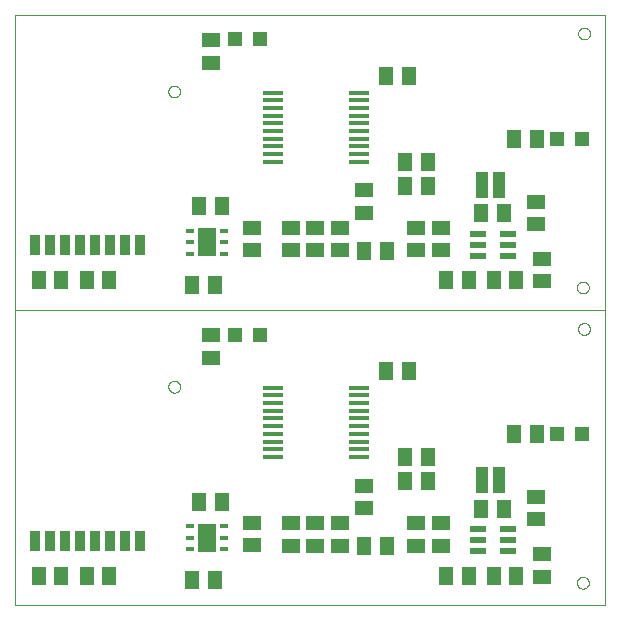
<source format=gtp>
G75*
%MOIN*%
%OFA0B0*%
%FSLAX25Y25*%
%IPPOS*%
%LPD*%
%AMOC8*
5,1,8,0,0,1.08239X$1,22.5*
%
%ADD10C,0.00000*%
%ADD11R,0.05118X0.05906*%
%ADD12R,0.05906X0.05118*%
%ADD13R,0.04200X0.08600*%
%ADD14R,0.04724X0.04724*%
%ADD15R,0.05200X0.02200*%
%ADD16R,0.06500X0.01700*%
%ADD17R,0.02800X0.01600*%
%ADD18R,0.05900X0.09400*%
%ADD19R,0.03200X0.06600*%
D10*
X0001000Y0001013D02*
X0197850Y0001013D01*
X0197850Y0099438D01*
X0001000Y0099438D01*
X0001000Y0197863D01*
X0197850Y0197863D01*
X0197850Y0099438D01*
X0188795Y0093139D02*
X0188797Y0093227D01*
X0188803Y0093315D01*
X0188813Y0093403D01*
X0188827Y0093491D01*
X0188844Y0093577D01*
X0188866Y0093663D01*
X0188891Y0093747D01*
X0188921Y0093831D01*
X0188953Y0093913D01*
X0188990Y0093993D01*
X0189030Y0094072D01*
X0189074Y0094149D01*
X0189121Y0094224D01*
X0189171Y0094296D01*
X0189225Y0094367D01*
X0189281Y0094434D01*
X0189341Y0094500D01*
X0189403Y0094562D01*
X0189469Y0094622D01*
X0189536Y0094678D01*
X0189607Y0094732D01*
X0189679Y0094782D01*
X0189754Y0094829D01*
X0189831Y0094873D01*
X0189910Y0094913D01*
X0189990Y0094950D01*
X0190072Y0094982D01*
X0190156Y0095012D01*
X0190240Y0095037D01*
X0190326Y0095059D01*
X0190412Y0095076D01*
X0190500Y0095090D01*
X0190588Y0095100D01*
X0190676Y0095106D01*
X0190764Y0095108D01*
X0190852Y0095106D01*
X0190940Y0095100D01*
X0191028Y0095090D01*
X0191116Y0095076D01*
X0191202Y0095059D01*
X0191288Y0095037D01*
X0191372Y0095012D01*
X0191456Y0094982D01*
X0191538Y0094950D01*
X0191618Y0094913D01*
X0191697Y0094873D01*
X0191774Y0094829D01*
X0191849Y0094782D01*
X0191921Y0094732D01*
X0191992Y0094678D01*
X0192059Y0094622D01*
X0192125Y0094562D01*
X0192187Y0094500D01*
X0192247Y0094434D01*
X0192303Y0094367D01*
X0192357Y0094296D01*
X0192407Y0094224D01*
X0192454Y0094149D01*
X0192498Y0094072D01*
X0192538Y0093993D01*
X0192575Y0093913D01*
X0192607Y0093831D01*
X0192637Y0093747D01*
X0192662Y0093663D01*
X0192684Y0093577D01*
X0192701Y0093491D01*
X0192715Y0093403D01*
X0192725Y0093315D01*
X0192731Y0093227D01*
X0192733Y0093139D01*
X0192731Y0093051D01*
X0192725Y0092963D01*
X0192715Y0092875D01*
X0192701Y0092787D01*
X0192684Y0092701D01*
X0192662Y0092615D01*
X0192637Y0092531D01*
X0192607Y0092447D01*
X0192575Y0092365D01*
X0192538Y0092285D01*
X0192498Y0092206D01*
X0192454Y0092129D01*
X0192407Y0092054D01*
X0192357Y0091982D01*
X0192303Y0091911D01*
X0192247Y0091844D01*
X0192187Y0091778D01*
X0192125Y0091716D01*
X0192059Y0091656D01*
X0191992Y0091600D01*
X0191921Y0091546D01*
X0191849Y0091496D01*
X0191774Y0091449D01*
X0191697Y0091405D01*
X0191618Y0091365D01*
X0191538Y0091328D01*
X0191456Y0091296D01*
X0191372Y0091266D01*
X0191288Y0091241D01*
X0191202Y0091219D01*
X0191116Y0091202D01*
X0191028Y0091188D01*
X0190940Y0091178D01*
X0190852Y0091172D01*
X0190764Y0091170D01*
X0190676Y0091172D01*
X0190588Y0091178D01*
X0190500Y0091188D01*
X0190412Y0091202D01*
X0190326Y0091219D01*
X0190240Y0091241D01*
X0190156Y0091266D01*
X0190072Y0091296D01*
X0189990Y0091328D01*
X0189910Y0091365D01*
X0189831Y0091405D01*
X0189754Y0091449D01*
X0189679Y0091496D01*
X0189607Y0091546D01*
X0189536Y0091600D01*
X0189469Y0091656D01*
X0189403Y0091716D01*
X0189341Y0091778D01*
X0189281Y0091844D01*
X0189225Y0091911D01*
X0189171Y0091982D01*
X0189121Y0092054D01*
X0189074Y0092129D01*
X0189030Y0092206D01*
X0188990Y0092285D01*
X0188953Y0092365D01*
X0188921Y0092447D01*
X0188891Y0092531D01*
X0188866Y0092615D01*
X0188844Y0092701D01*
X0188827Y0092787D01*
X0188813Y0092875D01*
X0188803Y0092963D01*
X0188797Y0093051D01*
X0188795Y0093139D01*
X0188401Y0106918D02*
X0188403Y0107006D01*
X0188409Y0107094D01*
X0188419Y0107182D01*
X0188433Y0107270D01*
X0188450Y0107356D01*
X0188472Y0107442D01*
X0188497Y0107526D01*
X0188527Y0107610D01*
X0188559Y0107692D01*
X0188596Y0107772D01*
X0188636Y0107851D01*
X0188680Y0107928D01*
X0188727Y0108003D01*
X0188777Y0108075D01*
X0188831Y0108146D01*
X0188887Y0108213D01*
X0188947Y0108279D01*
X0189009Y0108341D01*
X0189075Y0108401D01*
X0189142Y0108457D01*
X0189213Y0108511D01*
X0189285Y0108561D01*
X0189360Y0108608D01*
X0189437Y0108652D01*
X0189516Y0108692D01*
X0189596Y0108729D01*
X0189678Y0108761D01*
X0189762Y0108791D01*
X0189846Y0108816D01*
X0189932Y0108838D01*
X0190018Y0108855D01*
X0190106Y0108869D01*
X0190194Y0108879D01*
X0190282Y0108885D01*
X0190370Y0108887D01*
X0190458Y0108885D01*
X0190546Y0108879D01*
X0190634Y0108869D01*
X0190722Y0108855D01*
X0190808Y0108838D01*
X0190894Y0108816D01*
X0190978Y0108791D01*
X0191062Y0108761D01*
X0191144Y0108729D01*
X0191224Y0108692D01*
X0191303Y0108652D01*
X0191380Y0108608D01*
X0191455Y0108561D01*
X0191527Y0108511D01*
X0191598Y0108457D01*
X0191665Y0108401D01*
X0191731Y0108341D01*
X0191793Y0108279D01*
X0191853Y0108213D01*
X0191909Y0108146D01*
X0191963Y0108075D01*
X0192013Y0108003D01*
X0192060Y0107928D01*
X0192104Y0107851D01*
X0192144Y0107772D01*
X0192181Y0107692D01*
X0192213Y0107610D01*
X0192243Y0107526D01*
X0192268Y0107442D01*
X0192290Y0107356D01*
X0192307Y0107270D01*
X0192321Y0107182D01*
X0192331Y0107094D01*
X0192337Y0107006D01*
X0192339Y0106918D01*
X0192337Y0106830D01*
X0192331Y0106742D01*
X0192321Y0106654D01*
X0192307Y0106566D01*
X0192290Y0106480D01*
X0192268Y0106394D01*
X0192243Y0106310D01*
X0192213Y0106226D01*
X0192181Y0106144D01*
X0192144Y0106064D01*
X0192104Y0105985D01*
X0192060Y0105908D01*
X0192013Y0105833D01*
X0191963Y0105761D01*
X0191909Y0105690D01*
X0191853Y0105623D01*
X0191793Y0105557D01*
X0191731Y0105495D01*
X0191665Y0105435D01*
X0191598Y0105379D01*
X0191527Y0105325D01*
X0191455Y0105275D01*
X0191380Y0105228D01*
X0191303Y0105184D01*
X0191224Y0105144D01*
X0191144Y0105107D01*
X0191062Y0105075D01*
X0190978Y0105045D01*
X0190894Y0105020D01*
X0190808Y0104998D01*
X0190722Y0104981D01*
X0190634Y0104967D01*
X0190546Y0104957D01*
X0190458Y0104951D01*
X0190370Y0104949D01*
X0190282Y0104951D01*
X0190194Y0104957D01*
X0190106Y0104967D01*
X0190018Y0104981D01*
X0189932Y0104998D01*
X0189846Y0105020D01*
X0189762Y0105045D01*
X0189678Y0105075D01*
X0189596Y0105107D01*
X0189516Y0105144D01*
X0189437Y0105184D01*
X0189360Y0105228D01*
X0189285Y0105275D01*
X0189213Y0105325D01*
X0189142Y0105379D01*
X0189075Y0105435D01*
X0189009Y0105495D01*
X0188947Y0105557D01*
X0188887Y0105623D01*
X0188831Y0105690D01*
X0188777Y0105761D01*
X0188727Y0105833D01*
X0188680Y0105908D01*
X0188636Y0105985D01*
X0188596Y0106064D01*
X0188559Y0106144D01*
X0188527Y0106226D01*
X0188497Y0106310D01*
X0188472Y0106394D01*
X0188450Y0106480D01*
X0188433Y0106566D01*
X0188419Y0106654D01*
X0188409Y0106742D01*
X0188403Y0106830D01*
X0188401Y0106918D01*
X0188795Y0191564D02*
X0188797Y0191652D01*
X0188803Y0191740D01*
X0188813Y0191828D01*
X0188827Y0191916D01*
X0188844Y0192002D01*
X0188866Y0192088D01*
X0188891Y0192172D01*
X0188921Y0192256D01*
X0188953Y0192338D01*
X0188990Y0192418D01*
X0189030Y0192497D01*
X0189074Y0192574D01*
X0189121Y0192649D01*
X0189171Y0192721D01*
X0189225Y0192792D01*
X0189281Y0192859D01*
X0189341Y0192925D01*
X0189403Y0192987D01*
X0189469Y0193047D01*
X0189536Y0193103D01*
X0189607Y0193157D01*
X0189679Y0193207D01*
X0189754Y0193254D01*
X0189831Y0193298D01*
X0189910Y0193338D01*
X0189990Y0193375D01*
X0190072Y0193407D01*
X0190156Y0193437D01*
X0190240Y0193462D01*
X0190326Y0193484D01*
X0190412Y0193501D01*
X0190500Y0193515D01*
X0190588Y0193525D01*
X0190676Y0193531D01*
X0190764Y0193533D01*
X0190852Y0193531D01*
X0190940Y0193525D01*
X0191028Y0193515D01*
X0191116Y0193501D01*
X0191202Y0193484D01*
X0191288Y0193462D01*
X0191372Y0193437D01*
X0191456Y0193407D01*
X0191538Y0193375D01*
X0191618Y0193338D01*
X0191697Y0193298D01*
X0191774Y0193254D01*
X0191849Y0193207D01*
X0191921Y0193157D01*
X0191992Y0193103D01*
X0192059Y0193047D01*
X0192125Y0192987D01*
X0192187Y0192925D01*
X0192247Y0192859D01*
X0192303Y0192792D01*
X0192357Y0192721D01*
X0192407Y0192649D01*
X0192454Y0192574D01*
X0192498Y0192497D01*
X0192538Y0192418D01*
X0192575Y0192338D01*
X0192607Y0192256D01*
X0192637Y0192172D01*
X0192662Y0192088D01*
X0192684Y0192002D01*
X0192701Y0191916D01*
X0192715Y0191828D01*
X0192725Y0191740D01*
X0192731Y0191652D01*
X0192733Y0191564D01*
X0192731Y0191476D01*
X0192725Y0191388D01*
X0192715Y0191300D01*
X0192701Y0191212D01*
X0192684Y0191126D01*
X0192662Y0191040D01*
X0192637Y0190956D01*
X0192607Y0190872D01*
X0192575Y0190790D01*
X0192538Y0190710D01*
X0192498Y0190631D01*
X0192454Y0190554D01*
X0192407Y0190479D01*
X0192357Y0190407D01*
X0192303Y0190336D01*
X0192247Y0190269D01*
X0192187Y0190203D01*
X0192125Y0190141D01*
X0192059Y0190081D01*
X0191992Y0190025D01*
X0191921Y0189971D01*
X0191849Y0189921D01*
X0191774Y0189874D01*
X0191697Y0189830D01*
X0191618Y0189790D01*
X0191538Y0189753D01*
X0191456Y0189721D01*
X0191372Y0189691D01*
X0191288Y0189666D01*
X0191202Y0189644D01*
X0191116Y0189627D01*
X0191028Y0189613D01*
X0190940Y0189603D01*
X0190852Y0189597D01*
X0190764Y0189595D01*
X0190676Y0189597D01*
X0190588Y0189603D01*
X0190500Y0189613D01*
X0190412Y0189627D01*
X0190326Y0189644D01*
X0190240Y0189666D01*
X0190156Y0189691D01*
X0190072Y0189721D01*
X0189990Y0189753D01*
X0189910Y0189790D01*
X0189831Y0189830D01*
X0189754Y0189874D01*
X0189679Y0189921D01*
X0189607Y0189971D01*
X0189536Y0190025D01*
X0189469Y0190081D01*
X0189403Y0190141D01*
X0189341Y0190203D01*
X0189281Y0190269D01*
X0189225Y0190336D01*
X0189171Y0190407D01*
X0189121Y0190479D01*
X0189074Y0190554D01*
X0189030Y0190631D01*
X0188990Y0190710D01*
X0188953Y0190790D01*
X0188921Y0190872D01*
X0188891Y0190956D01*
X0188866Y0191040D01*
X0188844Y0191126D01*
X0188827Y0191212D01*
X0188813Y0191300D01*
X0188803Y0191388D01*
X0188797Y0191476D01*
X0188795Y0191564D01*
X0052181Y0172272D02*
X0052183Y0172360D01*
X0052189Y0172448D01*
X0052199Y0172536D01*
X0052213Y0172624D01*
X0052230Y0172710D01*
X0052252Y0172796D01*
X0052277Y0172880D01*
X0052307Y0172964D01*
X0052339Y0173046D01*
X0052376Y0173126D01*
X0052416Y0173205D01*
X0052460Y0173282D01*
X0052507Y0173357D01*
X0052557Y0173429D01*
X0052611Y0173500D01*
X0052667Y0173567D01*
X0052727Y0173633D01*
X0052789Y0173695D01*
X0052855Y0173755D01*
X0052922Y0173811D01*
X0052993Y0173865D01*
X0053065Y0173915D01*
X0053140Y0173962D01*
X0053217Y0174006D01*
X0053296Y0174046D01*
X0053376Y0174083D01*
X0053458Y0174115D01*
X0053542Y0174145D01*
X0053626Y0174170D01*
X0053712Y0174192D01*
X0053798Y0174209D01*
X0053886Y0174223D01*
X0053974Y0174233D01*
X0054062Y0174239D01*
X0054150Y0174241D01*
X0054238Y0174239D01*
X0054326Y0174233D01*
X0054414Y0174223D01*
X0054502Y0174209D01*
X0054588Y0174192D01*
X0054674Y0174170D01*
X0054758Y0174145D01*
X0054842Y0174115D01*
X0054924Y0174083D01*
X0055004Y0174046D01*
X0055083Y0174006D01*
X0055160Y0173962D01*
X0055235Y0173915D01*
X0055307Y0173865D01*
X0055378Y0173811D01*
X0055445Y0173755D01*
X0055511Y0173695D01*
X0055573Y0173633D01*
X0055633Y0173567D01*
X0055689Y0173500D01*
X0055743Y0173429D01*
X0055793Y0173357D01*
X0055840Y0173282D01*
X0055884Y0173205D01*
X0055924Y0173126D01*
X0055961Y0173046D01*
X0055993Y0172964D01*
X0056023Y0172880D01*
X0056048Y0172796D01*
X0056070Y0172710D01*
X0056087Y0172624D01*
X0056101Y0172536D01*
X0056111Y0172448D01*
X0056117Y0172360D01*
X0056119Y0172272D01*
X0056117Y0172184D01*
X0056111Y0172096D01*
X0056101Y0172008D01*
X0056087Y0171920D01*
X0056070Y0171834D01*
X0056048Y0171748D01*
X0056023Y0171664D01*
X0055993Y0171580D01*
X0055961Y0171498D01*
X0055924Y0171418D01*
X0055884Y0171339D01*
X0055840Y0171262D01*
X0055793Y0171187D01*
X0055743Y0171115D01*
X0055689Y0171044D01*
X0055633Y0170977D01*
X0055573Y0170911D01*
X0055511Y0170849D01*
X0055445Y0170789D01*
X0055378Y0170733D01*
X0055307Y0170679D01*
X0055235Y0170629D01*
X0055160Y0170582D01*
X0055083Y0170538D01*
X0055004Y0170498D01*
X0054924Y0170461D01*
X0054842Y0170429D01*
X0054758Y0170399D01*
X0054674Y0170374D01*
X0054588Y0170352D01*
X0054502Y0170335D01*
X0054414Y0170321D01*
X0054326Y0170311D01*
X0054238Y0170305D01*
X0054150Y0170303D01*
X0054062Y0170305D01*
X0053974Y0170311D01*
X0053886Y0170321D01*
X0053798Y0170335D01*
X0053712Y0170352D01*
X0053626Y0170374D01*
X0053542Y0170399D01*
X0053458Y0170429D01*
X0053376Y0170461D01*
X0053296Y0170498D01*
X0053217Y0170538D01*
X0053140Y0170582D01*
X0053065Y0170629D01*
X0052993Y0170679D01*
X0052922Y0170733D01*
X0052855Y0170789D01*
X0052789Y0170849D01*
X0052727Y0170911D01*
X0052667Y0170977D01*
X0052611Y0171044D01*
X0052557Y0171115D01*
X0052507Y0171187D01*
X0052460Y0171262D01*
X0052416Y0171339D01*
X0052376Y0171418D01*
X0052339Y0171498D01*
X0052307Y0171580D01*
X0052277Y0171664D01*
X0052252Y0171748D01*
X0052230Y0171834D01*
X0052213Y0171920D01*
X0052199Y0172008D01*
X0052189Y0172096D01*
X0052183Y0172184D01*
X0052181Y0172272D01*
X0001000Y0099438D02*
X0001000Y0001013D01*
X0052181Y0073847D02*
X0052183Y0073935D01*
X0052189Y0074023D01*
X0052199Y0074111D01*
X0052213Y0074199D01*
X0052230Y0074285D01*
X0052252Y0074371D01*
X0052277Y0074455D01*
X0052307Y0074539D01*
X0052339Y0074621D01*
X0052376Y0074701D01*
X0052416Y0074780D01*
X0052460Y0074857D01*
X0052507Y0074932D01*
X0052557Y0075004D01*
X0052611Y0075075D01*
X0052667Y0075142D01*
X0052727Y0075208D01*
X0052789Y0075270D01*
X0052855Y0075330D01*
X0052922Y0075386D01*
X0052993Y0075440D01*
X0053065Y0075490D01*
X0053140Y0075537D01*
X0053217Y0075581D01*
X0053296Y0075621D01*
X0053376Y0075658D01*
X0053458Y0075690D01*
X0053542Y0075720D01*
X0053626Y0075745D01*
X0053712Y0075767D01*
X0053798Y0075784D01*
X0053886Y0075798D01*
X0053974Y0075808D01*
X0054062Y0075814D01*
X0054150Y0075816D01*
X0054238Y0075814D01*
X0054326Y0075808D01*
X0054414Y0075798D01*
X0054502Y0075784D01*
X0054588Y0075767D01*
X0054674Y0075745D01*
X0054758Y0075720D01*
X0054842Y0075690D01*
X0054924Y0075658D01*
X0055004Y0075621D01*
X0055083Y0075581D01*
X0055160Y0075537D01*
X0055235Y0075490D01*
X0055307Y0075440D01*
X0055378Y0075386D01*
X0055445Y0075330D01*
X0055511Y0075270D01*
X0055573Y0075208D01*
X0055633Y0075142D01*
X0055689Y0075075D01*
X0055743Y0075004D01*
X0055793Y0074932D01*
X0055840Y0074857D01*
X0055884Y0074780D01*
X0055924Y0074701D01*
X0055961Y0074621D01*
X0055993Y0074539D01*
X0056023Y0074455D01*
X0056048Y0074371D01*
X0056070Y0074285D01*
X0056087Y0074199D01*
X0056101Y0074111D01*
X0056111Y0074023D01*
X0056117Y0073935D01*
X0056119Y0073847D01*
X0056117Y0073759D01*
X0056111Y0073671D01*
X0056101Y0073583D01*
X0056087Y0073495D01*
X0056070Y0073409D01*
X0056048Y0073323D01*
X0056023Y0073239D01*
X0055993Y0073155D01*
X0055961Y0073073D01*
X0055924Y0072993D01*
X0055884Y0072914D01*
X0055840Y0072837D01*
X0055793Y0072762D01*
X0055743Y0072690D01*
X0055689Y0072619D01*
X0055633Y0072552D01*
X0055573Y0072486D01*
X0055511Y0072424D01*
X0055445Y0072364D01*
X0055378Y0072308D01*
X0055307Y0072254D01*
X0055235Y0072204D01*
X0055160Y0072157D01*
X0055083Y0072113D01*
X0055004Y0072073D01*
X0054924Y0072036D01*
X0054842Y0072004D01*
X0054758Y0071974D01*
X0054674Y0071949D01*
X0054588Y0071927D01*
X0054502Y0071910D01*
X0054414Y0071896D01*
X0054326Y0071886D01*
X0054238Y0071880D01*
X0054150Y0071878D01*
X0054062Y0071880D01*
X0053974Y0071886D01*
X0053886Y0071896D01*
X0053798Y0071910D01*
X0053712Y0071927D01*
X0053626Y0071949D01*
X0053542Y0071974D01*
X0053458Y0072004D01*
X0053376Y0072036D01*
X0053296Y0072073D01*
X0053217Y0072113D01*
X0053140Y0072157D01*
X0053065Y0072204D01*
X0052993Y0072254D01*
X0052922Y0072308D01*
X0052855Y0072364D01*
X0052789Y0072424D01*
X0052727Y0072486D01*
X0052667Y0072552D01*
X0052611Y0072619D01*
X0052557Y0072690D01*
X0052507Y0072762D01*
X0052460Y0072837D01*
X0052416Y0072914D01*
X0052376Y0072993D01*
X0052339Y0073073D01*
X0052307Y0073155D01*
X0052277Y0073239D01*
X0052252Y0073323D01*
X0052230Y0073409D01*
X0052213Y0073495D01*
X0052199Y0073583D01*
X0052189Y0073671D01*
X0052183Y0073759D01*
X0052181Y0073847D01*
X0188401Y0008493D02*
X0188403Y0008581D01*
X0188409Y0008669D01*
X0188419Y0008757D01*
X0188433Y0008845D01*
X0188450Y0008931D01*
X0188472Y0009017D01*
X0188497Y0009101D01*
X0188527Y0009185D01*
X0188559Y0009267D01*
X0188596Y0009347D01*
X0188636Y0009426D01*
X0188680Y0009503D01*
X0188727Y0009578D01*
X0188777Y0009650D01*
X0188831Y0009721D01*
X0188887Y0009788D01*
X0188947Y0009854D01*
X0189009Y0009916D01*
X0189075Y0009976D01*
X0189142Y0010032D01*
X0189213Y0010086D01*
X0189285Y0010136D01*
X0189360Y0010183D01*
X0189437Y0010227D01*
X0189516Y0010267D01*
X0189596Y0010304D01*
X0189678Y0010336D01*
X0189762Y0010366D01*
X0189846Y0010391D01*
X0189932Y0010413D01*
X0190018Y0010430D01*
X0190106Y0010444D01*
X0190194Y0010454D01*
X0190282Y0010460D01*
X0190370Y0010462D01*
X0190458Y0010460D01*
X0190546Y0010454D01*
X0190634Y0010444D01*
X0190722Y0010430D01*
X0190808Y0010413D01*
X0190894Y0010391D01*
X0190978Y0010366D01*
X0191062Y0010336D01*
X0191144Y0010304D01*
X0191224Y0010267D01*
X0191303Y0010227D01*
X0191380Y0010183D01*
X0191455Y0010136D01*
X0191527Y0010086D01*
X0191598Y0010032D01*
X0191665Y0009976D01*
X0191731Y0009916D01*
X0191793Y0009854D01*
X0191853Y0009788D01*
X0191909Y0009721D01*
X0191963Y0009650D01*
X0192013Y0009578D01*
X0192060Y0009503D01*
X0192104Y0009426D01*
X0192144Y0009347D01*
X0192181Y0009267D01*
X0192213Y0009185D01*
X0192243Y0009101D01*
X0192268Y0009017D01*
X0192290Y0008931D01*
X0192307Y0008845D01*
X0192321Y0008757D01*
X0192331Y0008669D01*
X0192337Y0008581D01*
X0192339Y0008493D01*
X0192337Y0008405D01*
X0192331Y0008317D01*
X0192321Y0008229D01*
X0192307Y0008141D01*
X0192290Y0008055D01*
X0192268Y0007969D01*
X0192243Y0007885D01*
X0192213Y0007801D01*
X0192181Y0007719D01*
X0192144Y0007639D01*
X0192104Y0007560D01*
X0192060Y0007483D01*
X0192013Y0007408D01*
X0191963Y0007336D01*
X0191909Y0007265D01*
X0191853Y0007198D01*
X0191793Y0007132D01*
X0191731Y0007070D01*
X0191665Y0007010D01*
X0191598Y0006954D01*
X0191527Y0006900D01*
X0191455Y0006850D01*
X0191380Y0006803D01*
X0191303Y0006759D01*
X0191224Y0006719D01*
X0191144Y0006682D01*
X0191062Y0006650D01*
X0190978Y0006620D01*
X0190894Y0006595D01*
X0190808Y0006573D01*
X0190722Y0006556D01*
X0190634Y0006542D01*
X0190546Y0006532D01*
X0190458Y0006526D01*
X0190370Y0006524D01*
X0190282Y0006526D01*
X0190194Y0006532D01*
X0190106Y0006542D01*
X0190018Y0006556D01*
X0189932Y0006573D01*
X0189846Y0006595D01*
X0189762Y0006620D01*
X0189678Y0006650D01*
X0189596Y0006682D01*
X0189516Y0006719D01*
X0189437Y0006759D01*
X0189360Y0006803D01*
X0189285Y0006850D01*
X0189213Y0006900D01*
X0189142Y0006954D01*
X0189075Y0007010D01*
X0189009Y0007070D01*
X0188947Y0007132D01*
X0188887Y0007198D01*
X0188831Y0007265D01*
X0188777Y0007336D01*
X0188727Y0007408D01*
X0188680Y0007483D01*
X0188636Y0007560D01*
X0188596Y0007639D01*
X0188559Y0007719D01*
X0188527Y0007801D01*
X0188497Y0007885D01*
X0188472Y0007969D01*
X0188450Y0008055D01*
X0188433Y0008141D01*
X0188419Y0008229D01*
X0188409Y0008317D01*
X0188403Y0008405D01*
X0188401Y0008493D01*
D11*
X0168126Y0010855D03*
X0160646Y0010855D03*
X0152378Y0010855D03*
X0144898Y0010855D03*
X0125016Y0020698D03*
X0117535Y0020698D03*
X0131118Y0042351D03*
X0138598Y0042351D03*
X0138598Y0050422D03*
X0131118Y0050422D03*
X0156551Y0033178D03*
X0164031Y0033178D03*
X0167535Y0058099D03*
X0175016Y0058099D03*
X0132299Y0078965D03*
X0124819Y0078965D03*
X0144898Y0109280D03*
X0152378Y0109280D03*
X0160646Y0109280D03*
X0168126Y0109280D03*
X0164031Y0131603D03*
X0156551Y0131603D03*
X0138598Y0140776D03*
X0131118Y0140776D03*
X0131118Y0148847D03*
X0138598Y0148847D03*
X0132299Y0177391D03*
X0124819Y0177391D03*
X0167535Y0156524D03*
X0175016Y0156524D03*
X0125016Y0119123D03*
X0117535Y0119123D03*
X0069976Y0133965D03*
X0062496Y0133965D03*
X0060134Y0107745D03*
X0067614Y0107745D03*
X0032496Y0109280D03*
X0025016Y0109280D03*
X0016551Y0109280D03*
X0009071Y0109280D03*
X0062496Y0035540D03*
X0069976Y0035540D03*
X0067614Y0009320D03*
X0060134Y0009320D03*
X0032496Y0010855D03*
X0025016Y0010855D03*
X0016551Y0010855D03*
X0009071Y0010855D03*
D12*
X0080055Y0020934D03*
X0080055Y0028414D03*
X0093126Y0028375D03*
X0093126Y0020894D03*
X0101197Y0020894D03*
X0101197Y0028375D03*
X0109268Y0028375D03*
X0109268Y0020894D03*
X0117575Y0033414D03*
X0117575Y0040894D03*
X0134858Y0028375D03*
X0134858Y0020894D03*
X0142929Y0020894D03*
X0142929Y0028375D03*
X0174661Y0029674D03*
X0174661Y0037154D03*
X0176630Y0018060D03*
X0176630Y0010580D03*
X0176630Y0109005D03*
X0176630Y0116485D03*
X0174661Y0128099D03*
X0174661Y0135580D03*
X0142929Y0126800D03*
X0142929Y0119320D03*
X0134858Y0119320D03*
X0134858Y0126800D03*
X0117575Y0131839D03*
X0117575Y0139320D03*
X0109268Y0126800D03*
X0109268Y0119320D03*
X0101197Y0119320D03*
X0101197Y0126800D03*
X0093126Y0126800D03*
X0093126Y0119320D03*
X0080055Y0119359D03*
X0080055Y0126839D03*
X0066354Y0090973D03*
X0066354Y0083493D03*
X0066354Y0181918D03*
X0066354Y0189398D03*
D13*
X0156748Y0141091D03*
X0162448Y0141091D03*
X0162448Y0042666D03*
X0156748Y0042666D03*
D14*
X0181906Y0058099D03*
X0190173Y0058099D03*
X0190173Y0156524D03*
X0181906Y0156524D03*
X0082693Y0189595D03*
X0074425Y0189595D03*
X0074425Y0091170D03*
X0082693Y0091170D03*
D15*
X0155349Y0117391D03*
X0155349Y0121091D03*
X0155349Y0124791D03*
X0165549Y0124791D03*
X0165549Y0121091D03*
X0165549Y0117391D03*
X0165549Y0026366D03*
X0165549Y0022666D03*
X0165549Y0018966D03*
X0155349Y0018966D03*
X0155349Y0022666D03*
X0155349Y0026366D03*
D16*
X0115772Y0050457D03*
X0115772Y0052957D03*
X0115772Y0055557D03*
X0115772Y0058157D03*
X0115772Y0060657D03*
X0115772Y0063257D03*
X0115772Y0065757D03*
X0115772Y0068357D03*
X0115772Y0070957D03*
X0115772Y0073457D03*
X0087172Y0073457D03*
X0087172Y0070957D03*
X0087172Y0068357D03*
X0087172Y0065757D03*
X0087172Y0063257D03*
X0087172Y0060657D03*
X0087172Y0058157D03*
X0087172Y0055557D03*
X0087172Y0052957D03*
X0087172Y0050457D03*
X0087172Y0148883D03*
X0087172Y0151383D03*
X0087172Y0153983D03*
X0087172Y0156583D03*
X0087172Y0159083D03*
X0087172Y0161683D03*
X0087172Y0164183D03*
X0087172Y0166783D03*
X0087172Y0169383D03*
X0087172Y0171883D03*
X0115772Y0171883D03*
X0115772Y0169383D03*
X0115772Y0166783D03*
X0115772Y0164183D03*
X0115772Y0161683D03*
X0115772Y0159083D03*
X0115772Y0156583D03*
X0115772Y0153983D03*
X0115772Y0151383D03*
X0115772Y0148883D03*
D17*
X0070794Y0125857D03*
X0070794Y0121957D03*
X0070794Y0118057D03*
X0059394Y0118057D03*
X0059394Y0121957D03*
X0059394Y0125857D03*
X0059394Y0027432D03*
X0059394Y0023532D03*
X0059394Y0019632D03*
X0070794Y0019632D03*
X0070794Y0023532D03*
X0070794Y0027432D03*
D18*
X0065094Y0023532D03*
X0065094Y0121957D03*
D19*
X0042654Y0120993D03*
X0037654Y0120993D03*
X0032654Y0120993D03*
X0027654Y0120993D03*
X0022654Y0120993D03*
X0017654Y0120993D03*
X0012654Y0120993D03*
X0007654Y0120993D03*
X0007654Y0022568D03*
X0012654Y0022568D03*
X0017654Y0022568D03*
X0022654Y0022568D03*
X0027654Y0022568D03*
X0032654Y0022568D03*
X0037654Y0022568D03*
X0042654Y0022568D03*
M02*

</source>
